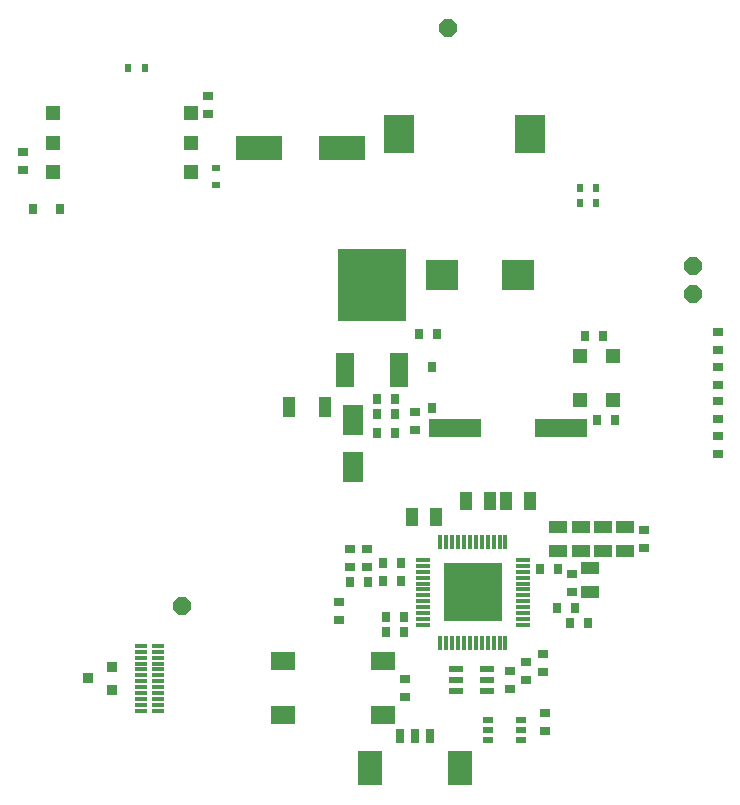
<source format=gtp>
G04*
G04 #@! TF.GenerationSoftware,Altium Limited,Altium Designer,22.1.2 (22)*
G04*
G04 Layer_Color=8421504*
%FSLAX25Y25*%
%MOIN*%
G70*
G04*
G04 #@! TF.SameCoordinates,718D4045-E2B1-425D-88C3-508A2C93E544*
G04*
G04*
G04 #@! TF.FilePolarity,Positive*
G04*
G01*
G75*
%ADD25R,0.22835X0.24410*%
%ADD26R,0.06299X0.11811*%
%ADD27R,0.03000X0.03500*%
%ADD28R,0.17717X0.06496*%
%ADD29R,0.03500X0.03000*%
%ADD30R,0.02559X0.03819*%
%ADD31R,0.06693X0.09843*%
%ADD32R,0.10984X0.10118*%
%ADD33R,0.15748X0.07874*%
%ADD34R,0.04803X0.02441*%
%ADD35R,0.03622X0.03228*%
%ADD36R,0.08268X0.11811*%
%ADD37R,0.03150X0.05118*%
%ADD38R,0.04173X0.07165*%
%ADD39R,0.03740X0.02362*%
%ADD40R,0.07874X0.05906*%
%ADD41R,0.04724X0.04724*%
%ADD42R,0.04000X0.06000*%
%ADD43R,0.06000X0.04000*%
%ADD44R,0.03937X0.01181*%
%ADD45R,0.05118X0.04606*%
%ADD46P,0.06494X8X202.5*%
%ADD47P,0.06494X8X292.5*%
%ADD48R,0.03150X0.03543*%
%ADD49R,0.19685X0.19685*%
%ADD50R,0.01260X0.04803*%
%ADD51R,0.04803X0.01260*%
%ADD52R,0.02362X0.03150*%
%ADD53R,0.03150X0.02362*%
%ADD54R,0.10236X0.12598*%
D25*
X16800Y168134D02*
D03*
D26*
X25796Y139866D02*
D03*
X7804D02*
D03*
D27*
X18500Y130300D02*
D03*
X24500D02*
D03*
Y125300D02*
D03*
X18500D02*
D03*
Y118900D02*
D03*
X24500D02*
D03*
X32600Y151800D02*
D03*
X38600D02*
D03*
X87900Y151200D02*
D03*
X93900D02*
D03*
X97800Y123300D02*
D03*
X91800D02*
D03*
X27400Y52663D02*
D03*
X21400D02*
D03*
X88900Y55600D02*
D03*
X82900D02*
D03*
X72896Y73627D02*
D03*
X78896D02*
D03*
X26500Y75700D02*
D03*
X20500D02*
D03*
X26500Y69630D02*
D03*
X20500D02*
D03*
X78528Y60537D02*
D03*
X84528D02*
D03*
X21500Y57600D02*
D03*
X27500D02*
D03*
X9428Y69137D02*
D03*
X15428D02*
D03*
D28*
X79928Y120537D02*
D03*
X44497D02*
D03*
D29*
X31000Y120000D02*
D03*
Y126000D02*
D03*
X74500Y19700D02*
D03*
Y25700D02*
D03*
X132000Y129400D02*
D03*
Y123400D02*
D03*
X68229Y42437D02*
D03*
Y36437D02*
D03*
X15096Y80127D02*
D03*
Y74127D02*
D03*
X9596Y80127D02*
D03*
Y74127D02*
D03*
X-99600Y212400D02*
D03*
Y206400D02*
D03*
X-38000Y231300D02*
D03*
Y225300D02*
D03*
X5800Y56500D02*
D03*
Y62500D02*
D03*
X73628Y45337D02*
D03*
Y39337D02*
D03*
X107400Y80400D02*
D03*
Y86400D02*
D03*
X27900Y30900D02*
D03*
Y36900D02*
D03*
X62828Y39437D02*
D03*
Y33437D02*
D03*
X83429Y71737D02*
D03*
Y65737D02*
D03*
X132000Y111900D02*
D03*
Y117900D02*
D03*
Y134900D02*
D03*
Y140900D02*
D03*
Y146400D02*
D03*
Y152400D02*
D03*
D30*
X36800Y140850D02*
D03*
Y127150D02*
D03*
D31*
X10300Y107526D02*
D03*
Y123274D02*
D03*
D32*
X65299Y171501D02*
D03*
X39945D02*
D03*
D33*
X6900Y213800D02*
D03*
X-21053D02*
D03*
D34*
X55110Y32760D02*
D03*
Y40240D02*
D03*
X44795D02*
D03*
Y36500D02*
D03*
Y32760D02*
D03*
X55110Y36500D02*
D03*
D35*
X-77737Y37100D02*
D03*
X-69863Y33360D02*
D03*
Y40840D02*
D03*
D36*
X16139Y7187D02*
D03*
X46061Y7187D02*
D03*
D37*
X26179Y18013D02*
D03*
X31100D02*
D03*
X36021Y18013D02*
D03*
D38*
X-10916Y127600D02*
D03*
X1116D02*
D03*
D39*
X55587Y16454D02*
D03*
Y19800D02*
D03*
Y23146D02*
D03*
X66413Y16454D02*
D03*
Y19800D02*
D03*
Y23146D02*
D03*
D40*
X-12932Y42758D02*
D03*
Y25042D02*
D03*
X20532D02*
D03*
Y42758D02*
D03*
D41*
X97214Y129800D02*
D03*
X86190D02*
D03*
X97214Y144700D02*
D03*
X86190D02*
D03*
D42*
X56000Y96200D02*
D03*
X48000D02*
D03*
X38100Y90903D02*
D03*
X30100D02*
D03*
X61600Y96200D02*
D03*
X69600D02*
D03*
D43*
X78900Y79700D02*
D03*
Y87700D02*
D03*
X101228D02*
D03*
Y79700D02*
D03*
X89529Y65737D02*
D03*
Y73737D02*
D03*
X86343Y87700D02*
D03*
Y79700D02*
D03*
X93786Y87700D02*
D03*
Y79700D02*
D03*
D44*
X-60169Y26300D02*
D03*
Y28269D02*
D03*
Y30237D02*
D03*
Y32206D02*
D03*
Y34174D02*
D03*
Y36143D02*
D03*
Y38111D02*
D03*
Y40080D02*
D03*
Y42048D02*
D03*
Y44017D02*
D03*
Y45985D02*
D03*
Y47954D02*
D03*
X-54500D02*
D03*
Y45985D02*
D03*
Y44017D02*
D03*
Y42048D02*
D03*
Y40080D02*
D03*
Y38111D02*
D03*
Y36143D02*
D03*
Y34174D02*
D03*
Y32206D02*
D03*
Y30237D02*
D03*
Y28269D02*
D03*
Y26300D02*
D03*
D45*
X-43666Y215580D02*
D03*
X-89571D02*
D03*
X-43666Y205737D02*
D03*
Y225422D02*
D03*
X-89571D02*
D03*
Y205737D02*
D03*
D46*
X123628Y174637D02*
D03*
Y165337D02*
D03*
D47*
X-46500Y61200D02*
D03*
X42000Y253800D02*
D03*
D48*
X-87272Y193700D02*
D03*
X-96328D02*
D03*
D49*
X50428Y65737D02*
D03*
D50*
X61255Y49005D02*
D03*
X59287D02*
D03*
X51413D02*
D03*
X39602Y82469D02*
D03*
X41570D02*
D03*
X43539D02*
D03*
X45507D02*
D03*
X47476D02*
D03*
X49444D02*
D03*
X51413D02*
D03*
X53381D02*
D03*
X55350D02*
D03*
X57318D02*
D03*
X59287D02*
D03*
X61255D02*
D03*
X57318Y49005D02*
D03*
X55350D02*
D03*
X53381D02*
D03*
X49444D02*
D03*
X47476D02*
D03*
X45507D02*
D03*
X43539D02*
D03*
X41570D02*
D03*
X39602D02*
D03*
D51*
X67161Y64753D02*
D03*
Y58847D02*
D03*
Y54910D02*
D03*
X33696D02*
D03*
Y56879D02*
D03*
Y66721D02*
D03*
X67161Y76564D02*
D03*
Y74595D02*
D03*
Y72627D02*
D03*
Y70658D02*
D03*
Y68690D02*
D03*
Y66721D02*
D03*
Y62784D02*
D03*
Y60816D02*
D03*
Y56879D02*
D03*
X33696Y58847D02*
D03*
Y60816D02*
D03*
Y62784D02*
D03*
Y64753D02*
D03*
Y68690D02*
D03*
Y70658D02*
D03*
Y72627D02*
D03*
Y74595D02*
D03*
Y76564D02*
D03*
D52*
X85970Y200600D02*
D03*
X91482D02*
D03*
X91456Y195400D02*
D03*
X85944D02*
D03*
X-58944Y240600D02*
D03*
X-64456D02*
D03*
D53*
X-35200Y207056D02*
D03*
Y201544D02*
D03*
D54*
X69600Y218600D02*
D03*
X25899D02*
D03*
M02*

</source>
